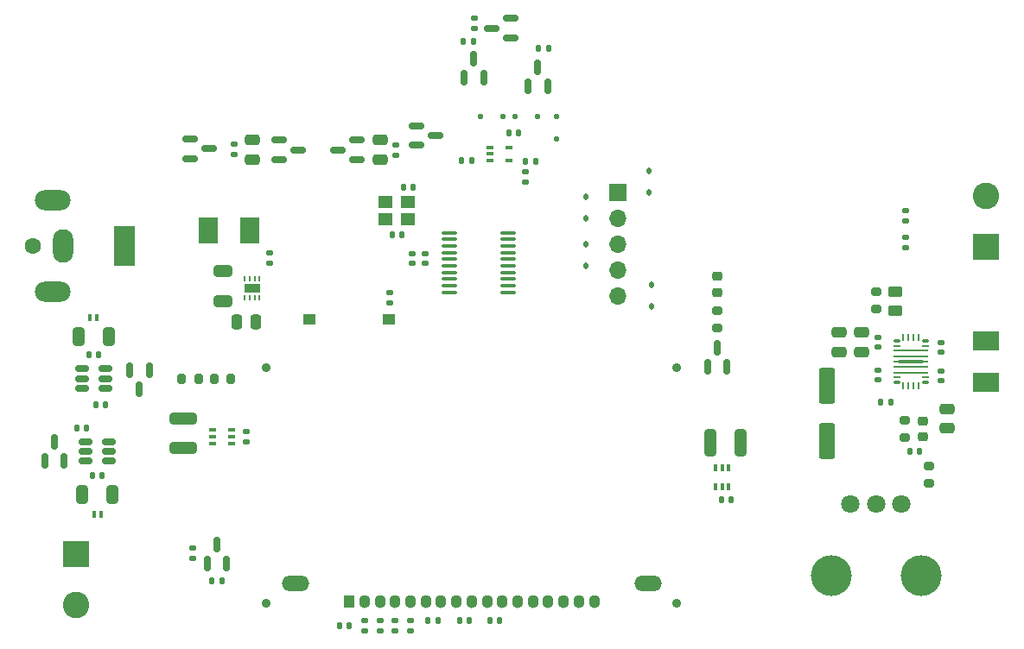
<source format=gbr>
%TF.GenerationSoftware,KiCad,Pcbnew,8.0.5*%
%TF.CreationDate,2025-07-08T19:03:54-04:00*%
%TF.ProjectId,Var_Volt_Conv,5661725f-566f-46c7-945f-436f6e762e6b,rev?*%
%TF.SameCoordinates,Original*%
%TF.FileFunction,Soldermask,Top*%
%TF.FilePolarity,Negative*%
%FSLAX46Y46*%
G04 Gerber Fmt 4.6, Leading zero omitted, Abs format (unit mm)*
G04 Created by KiCad (PCBNEW 8.0.5) date 2025-07-08 19:03:54*
%MOMM*%
%LPD*%
G01*
G04 APERTURE LIST*
G04 Aperture macros list*
%AMRoundRect*
0 Rectangle with rounded corners*
0 $1 Rounding radius*
0 $2 $3 $4 $5 $6 $7 $8 $9 X,Y pos of 4 corners*
0 Add a 4 corners polygon primitive as box body*
4,1,4,$2,$3,$4,$5,$6,$7,$8,$9,$2,$3,0*
0 Add four circle primitives for the rounded corners*
1,1,$1+$1,$2,$3*
1,1,$1+$1,$4,$5*
1,1,$1+$1,$6,$7*
1,1,$1+$1,$8,$9*
0 Add four rect primitives between the rounded corners*
20,1,$1+$1,$2,$3,$4,$5,0*
20,1,$1+$1,$4,$5,$6,$7,0*
20,1,$1+$1,$6,$7,$8,$9,0*
20,1,$1+$1,$8,$9,$2,$3,0*%
%AMFreePoly0*
4,1,25,1.176913,0.169619,1.179619,0.166913,1.180000,0.165000,1.180000,0.125000,1.700000,0.125000,1.700000,-0.125000,1.180000,-0.125000,1.180000,-0.165000,1.179619,-0.166913,1.176913,-0.169619,1.175000,-0.170000,-1.175000,-0.170000,-1.176913,-0.169619,-1.179619,-0.166913,-1.180000,-0.165000,-1.180000,-0.125000,-1.700000,-0.125000,-1.700000,0.125000,-1.180000,0.125000,-1.180000,0.165000,
-1.179619,0.166913,-1.176913,0.169619,-1.175000,0.170000,1.175000,0.170000,1.176913,0.169619,1.176913,0.169619,$1*%
G04 Aperture macros list end*
%ADD10C,0.900000*%
%ADD11R,1.100000X1.300000*%
%ADD12O,1.100000X1.300000*%
%ADD13O,2.700000X1.500000*%
%ADD14RoundRect,0.250000X0.312500X1.075000X-0.312500X1.075000X-0.312500X-1.075000X0.312500X-1.075000X0*%
%ADD15RoundRect,0.135000X0.135000X0.185000X-0.135000X0.185000X-0.135000X-0.185000X0.135000X-0.185000X0*%
%ADD16RoundRect,0.150000X-0.512500X-0.150000X0.512500X-0.150000X0.512500X0.150000X-0.512500X0.150000X0*%
%ADD17RoundRect,0.135000X-0.185000X0.135000X-0.185000X-0.135000X0.185000X-0.135000X0.185000X0.135000X0*%
%ADD18RoundRect,0.140000X-0.140000X-0.170000X0.140000X-0.170000X0.140000X0.170000X-0.140000X0.170000X0*%
%ADD19RoundRect,0.050000X0.075000X-0.250000X0.075000X0.250000X-0.075000X0.250000X-0.075000X-0.250000X0*%
%ADD20RoundRect,0.050000X0.275000X0.100000X-0.275000X0.100000X-0.275000X-0.100000X0.275000X-0.100000X0*%
%ADD21RoundRect,0.050000X0.250000X0.075000X-0.250000X0.075000X-0.250000X-0.075000X0.250000X-0.075000X0*%
%ADD22R,3.400000X0.250000*%
%ADD23FreePoly0,180.000000*%
%ADD24RoundRect,0.050000X-0.075000X0.250000X-0.075000X-0.250000X0.075000X-0.250000X0.075000X0.250000X0*%
%ADD25RoundRect,0.050000X-0.275000X-0.100000X0.275000X-0.100000X0.275000X0.100000X-0.275000X0.100000X0*%
%ADD26RoundRect,0.050000X-0.250000X-0.075000X0.250000X-0.075000X0.250000X0.075000X-0.250000X0.075000X0*%
%ADD27R,1.400000X1.200000*%
%ADD28R,2.500000X1.900000*%
%ADD29RoundRect,0.150000X-0.587500X-0.150000X0.587500X-0.150000X0.587500X0.150000X-0.587500X0.150000X0*%
%ADD30RoundRect,0.140000X0.170000X-0.140000X0.170000X0.140000X-0.170000X0.140000X-0.170000X-0.140000X0*%
%ADD31RoundRect,0.100000X-0.637500X-0.100000X0.637500X-0.100000X0.637500X0.100000X-0.637500X0.100000X0*%
%ADD32RoundRect,0.150000X0.150000X-0.587500X0.150000X0.587500X-0.150000X0.587500X-0.150000X-0.587500X0*%
%ADD33RoundRect,0.200000X0.275000X-0.200000X0.275000X0.200000X-0.275000X0.200000X-0.275000X-0.200000X0*%
%ADD34RoundRect,0.200000X-0.200000X-0.275000X0.200000X-0.275000X0.200000X0.275000X-0.200000X0.275000X0*%
%ADD35RoundRect,0.140000X0.140000X0.170000X-0.140000X0.170000X-0.140000X-0.170000X0.140000X-0.170000X0*%
%ADD36RoundRect,0.200000X-0.275000X0.200000X-0.275000X-0.200000X0.275000X-0.200000X0.275000X0.200000X0*%
%ADD37C,4.000000*%
%ADD38C,1.800000*%
%ADD39RoundRect,0.250000X0.550000X-1.500000X0.550000X1.500000X-0.550000X1.500000X-0.550000X-1.500000X0*%
%ADD40R,2.600000X2.600000*%
%ADD41C,2.600000*%
%ADD42RoundRect,0.250000X-0.325000X-0.650000X0.325000X-0.650000X0.325000X0.650000X-0.325000X0.650000X0*%
%ADD43RoundRect,0.140000X-0.170000X0.140000X-0.170000X-0.140000X0.170000X-0.140000X0.170000X0.140000X0*%
%ADD44RoundRect,0.250000X-0.475000X0.250000X-0.475000X-0.250000X0.475000X-0.250000X0.475000X0.250000X0*%
%ADD45RoundRect,0.125000X-0.125000X-0.125000X0.125000X-0.125000X0.125000X0.125000X-0.125000X0.125000X0*%
%ADD46RoundRect,0.250000X-0.650000X0.325000X-0.650000X-0.325000X0.650000X-0.325000X0.650000X0.325000X0*%
%ADD47RoundRect,0.112500X0.112500X-0.187500X0.112500X0.187500X-0.112500X0.187500X-0.112500X-0.187500X0*%
%ADD48RoundRect,0.100000X0.100000X-0.225000X0.100000X0.225000X-0.100000X0.225000X-0.100000X-0.225000X0*%
%ADD49RoundRect,0.100000X-0.225000X-0.100000X0.225000X-0.100000X0.225000X0.100000X-0.225000X0.100000X0*%
%ADD50RoundRect,0.135000X-0.135000X-0.185000X0.135000X-0.185000X0.135000X0.185000X-0.135000X0.185000X0*%
%ADD51RoundRect,0.250000X-1.075000X0.312500X-1.075000X-0.312500X1.075000X-0.312500X1.075000X0.312500X0*%
%ADD52RoundRect,0.135000X0.185000X-0.135000X0.185000X0.135000X-0.185000X0.135000X-0.185000X-0.135000X0*%
%ADD53RoundRect,0.250000X-0.450000X0.262500X-0.450000X-0.262500X0.450000X-0.262500X0.450000X0.262500X0*%
%ADD54R,1.700000X1.700000*%
%ADD55O,1.700000X1.700000*%
%ADD56RoundRect,0.218750X0.256250X-0.218750X0.256250X0.218750X-0.256250X0.218750X-0.256250X-0.218750X0*%
%ADD57RoundRect,0.150000X0.587500X0.150000X-0.587500X0.150000X-0.587500X-0.150000X0.587500X-0.150000X0*%
%ADD58RoundRect,0.250000X0.475000X-0.250000X0.475000X0.250000X-0.475000X0.250000X-0.475000X-0.250000X0*%
%ADD59RoundRect,0.050000X0.150000X0.300000X-0.150000X0.300000X-0.150000X-0.300000X0.150000X-0.300000X0*%
%ADD60RoundRect,0.112500X-0.112500X0.187500X-0.112500X-0.187500X0.112500X-0.187500X0.112500X0.187500X0*%
%ADD61RoundRect,0.250000X0.325000X0.650000X-0.325000X0.650000X-0.325000X-0.650000X0.325000X-0.650000X0*%
%ADD62RoundRect,0.050000X-0.150000X-0.300000X0.150000X-0.300000X0.150000X0.300000X-0.150000X0.300000X0*%
%ADD63RoundRect,0.125000X-0.125000X0.125000X-0.125000X-0.125000X0.125000X-0.125000X0.125000X0.125000X0*%
%ADD64RoundRect,0.250000X0.250000X0.475000X-0.250000X0.475000X-0.250000X-0.475000X0.250000X-0.475000X0*%
%ADD65RoundRect,0.125000X0.125000X0.125000X-0.125000X0.125000X-0.125000X-0.125000X0.125000X-0.125000X0*%
%ADD66R,1.900000X2.500000*%
%ADD67C,1.600000*%
%ADD68R,2.000000X4.000000*%
%ADD69O,2.000000X3.300000*%
%ADD70O,3.500000X2.000000*%
%ADD71RoundRect,0.062500X0.062500X-0.187500X0.062500X0.187500X-0.062500X0.187500X-0.062500X-0.187500X0*%
%ADD72R,1.600000X0.900000*%
%ADD73RoundRect,0.100000X0.225000X0.100000X-0.225000X0.100000X-0.225000X-0.100000X0.225000X-0.100000X0*%
%ADD74RoundRect,0.225000X-0.250000X0.225000X-0.250000X-0.225000X0.250000X-0.225000X0.250000X0.225000X0*%
%ADD75R,1.250000X1.000000*%
%ADD76RoundRect,0.150000X0.512500X0.150000X-0.512500X0.150000X-0.512500X-0.150000X0.512500X-0.150000X0*%
%ADD77RoundRect,0.150000X-0.150000X0.587500X-0.150000X-0.587500X0.150000X-0.587500X0.150000X0.587500X0*%
G04 APERTURE END LIST*
D10*
%TO.C,U301*%
X123787500Y-103990000D03*
X123787500Y-127090000D03*
X163987500Y-103990000D03*
X163987500Y-127090000D03*
D11*
X131887500Y-126940000D03*
D12*
X133387500Y-126940000D03*
X134887500Y-126940000D03*
X136387500Y-126940000D03*
X137887500Y-126940000D03*
X139387500Y-126940000D03*
X140887500Y-126940000D03*
X142387500Y-126940000D03*
X143887500Y-126940000D03*
X145387500Y-126940000D03*
X146887500Y-126940000D03*
X148387500Y-126940000D03*
X149887500Y-126940000D03*
X151387500Y-126940000D03*
X152887500Y-126940000D03*
X154387500Y-126940000D03*
X155887500Y-126940000D03*
D13*
X126587500Y-125140000D03*
X161187500Y-125140000D03*
%TD*%
D14*
%TO.C,R116*%
X170220000Y-111310000D03*
X167295000Y-111310000D03*
%TD*%
D15*
%TO.C,R101*%
X143906250Y-83652500D03*
X142886250Y-83652500D03*
%TD*%
D16*
%TO.C,U102*%
X105700000Y-104077500D03*
X105700000Y-105027500D03*
X105700000Y-105977500D03*
X107975000Y-105977500D03*
X107975000Y-105027500D03*
X107975000Y-104077500D03*
%TD*%
D17*
%TO.C,R103*%
X149121250Y-84755000D03*
X149121250Y-85775000D03*
%TD*%
D18*
%TO.C,C203*%
X137220000Y-86250000D03*
X138180000Y-86250000D03*
%TD*%
D19*
%TO.C,U105*%
X187687500Y-100965000D03*
X187187500Y-100965000D03*
X186687500Y-100965000D03*
X186187500Y-100965000D03*
D20*
X185562500Y-101325000D03*
D21*
X185537500Y-101825000D03*
D22*
X186937500Y-102285000D03*
X186937500Y-102825000D03*
D23*
X186937500Y-103365000D03*
D22*
X186937500Y-103905000D03*
X186937500Y-104445000D03*
D21*
X185537500Y-104905000D03*
D20*
X185562500Y-105405000D03*
D24*
X186187500Y-105765000D03*
X186687500Y-105765000D03*
X187187500Y-105765000D03*
X187687500Y-105765000D03*
D25*
X188312500Y-105405000D03*
D26*
X188337500Y-104905000D03*
X188337500Y-101825000D03*
D25*
X188312500Y-101325000D03*
%TD*%
D27*
%TO.C,Y201*%
X135400000Y-89400000D03*
X137600000Y-89400000D03*
X137600000Y-87700000D03*
X135400000Y-87700000D03*
%TD*%
D28*
%TO.C,L102*%
X194287500Y-101315000D03*
X194287500Y-105415000D03*
%TD*%
D29*
%TO.C,Q106*%
X138512500Y-80240000D03*
X138512500Y-82140000D03*
X140387500Y-81190000D03*
%TD*%
D30*
%TO.C,C205*%
X135875000Y-97585000D03*
X135875000Y-96625000D03*
%TD*%
D31*
%TO.C,U201*%
X141725000Y-90725000D03*
X141725000Y-91375000D03*
X141725000Y-92025000D03*
X141725000Y-92675000D03*
X141725000Y-93325000D03*
X141725000Y-93975000D03*
X141725000Y-94625000D03*
X141725000Y-95275000D03*
X141725000Y-95925000D03*
X141725000Y-96575000D03*
X147450000Y-96575000D03*
X147450000Y-95925000D03*
X147450000Y-95275000D03*
X147450000Y-94625000D03*
X147450000Y-93975000D03*
X147450000Y-93325000D03*
X147450000Y-92675000D03*
X147450000Y-92025000D03*
X147450000Y-91375000D03*
X147450000Y-90725000D03*
%TD*%
D32*
%TO.C,U106*%
X117987500Y-123190000D03*
X119887500Y-123190000D03*
X118937500Y-121315000D03*
%TD*%
D33*
%TO.C,R117*%
X188687500Y-115290000D03*
X188687500Y-113640000D03*
%TD*%
D30*
%TO.C,C116*%
X189887500Y-102445000D03*
X189887500Y-101485000D03*
%TD*%
D15*
%TO.C,R110*%
X151443750Y-72615000D03*
X150423750Y-72615000D03*
%TD*%
D34*
%TO.C,R401*%
X115462500Y-105090000D03*
X117112500Y-105090000D03*
%TD*%
D35*
%TO.C,C402*%
X169312500Y-116940000D03*
X168352500Y-116940000D03*
%TD*%
D36*
%TO.C,R114*%
X186287500Y-109165000D03*
X186287500Y-110815000D03*
%TD*%
D37*
%TO.C,RV101*%
X187900000Y-124365000D03*
X179100000Y-124365000D03*
D38*
X181000000Y-117365000D03*
X183500000Y-117365000D03*
X186000000Y-117365000D03*
%TD*%
D34*
%TO.C,R402*%
X118662500Y-105090000D03*
X120312500Y-105090000D03*
%TD*%
D39*
%TO.C,C120*%
X178687500Y-111165000D03*
X178687500Y-105765000D03*
%TD*%
D40*
%TO.C,J102*%
X105142500Y-122215000D03*
D41*
X105142500Y-127215000D03*
%TD*%
D18*
%TO.C,C121*%
X186807500Y-112190000D03*
X187767500Y-112190000D03*
%TD*%
D29*
%TO.C,Q104*%
X116275000Y-81552500D03*
X116275000Y-83452500D03*
X118150000Y-82502500D03*
%TD*%
D30*
%TO.C,C303*%
X133397500Y-129770000D03*
X133397500Y-128810000D03*
%TD*%
D42*
%TO.C,C102*%
X105742500Y-116440000D03*
X108692500Y-116440000D03*
%TD*%
D30*
%TO.C,C118*%
X183687500Y-105145000D03*
X183687500Y-104185000D03*
%TD*%
D43*
%TO.C,C202*%
X139300000Y-92770000D03*
X139300000Y-93730000D03*
%TD*%
D44*
%TO.C,C113*%
X179887500Y-100515000D03*
X179887500Y-102415000D03*
%TD*%
D45*
%TO.C,D105*%
X148121250Y-79340000D03*
X150321250Y-79340000D03*
%TD*%
D46*
%TO.C,C111*%
X119487500Y-94465000D03*
X119487500Y-97415000D03*
%TD*%
D35*
%TO.C,C106*%
X108017500Y-107627500D03*
X107057500Y-107627500D03*
%TD*%
D47*
%TO.C,D202*%
X155087500Y-93950000D03*
X155087500Y-91850000D03*
%TD*%
D35*
%TO.C,C204*%
X137080000Y-90950000D03*
X136120000Y-90950000D03*
%TD*%
D48*
%TO.C,U402*%
X167782500Y-115690000D03*
X168432500Y-115690000D03*
X169082500Y-115690000D03*
X169082500Y-113790000D03*
X168432500Y-113790000D03*
X167782500Y-113790000D03*
%TD*%
D29*
%TO.C,Q105*%
X125012500Y-81640000D03*
X125012500Y-83540000D03*
X126887500Y-82590000D03*
%TD*%
D49*
%TO.C,U101*%
X145653750Y-82340000D03*
X145653750Y-82990000D03*
X145653750Y-83640000D03*
X147553750Y-83640000D03*
X147553750Y-82340000D03*
%TD*%
D18*
%TO.C,C103*%
X147541250Y-80940000D03*
X148501250Y-80940000D03*
%TD*%
%TO.C,C105*%
X106717500Y-114540000D03*
X107677500Y-114540000D03*
%TD*%
D50*
%TO.C,R104*%
X143053750Y-71982500D03*
X144073750Y-71982500D03*
%TD*%
D44*
%TO.C,C115*%
X190487500Y-108015000D03*
X190487500Y-109915000D03*
%TD*%
D35*
%TO.C,C301*%
X146610000Y-128765000D03*
X145650000Y-128765000D03*
%TD*%
D51*
%TO.C,R106*%
X115637500Y-108952500D03*
X115637500Y-111877500D03*
%TD*%
D40*
%TO.C,J103*%
X194292500Y-92090000D03*
D41*
X194292500Y-87090000D03*
%TD*%
D32*
%TO.C,Q101*%
X143151250Y-75545000D03*
X145051250Y-75545000D03*
X144101250Y-73670000D03*
%TD*%
D52*
%TO.C,R403*%
X186400000Y-92205000D03*
X186400000Y-91185000D03*
%TD*%
D50*
%TO.C,R115*%
X183977500Y-107365000D03*
X184997500Y-107365000D03*
%TD*%
D18*
%TO.C,C302*%
X130907500Y-129290000D03*
X131867500Y-129290000D03*
%TD*%
D53*
%TO.C,R112*%
X185387500Y-96552500D03*
X185387500Y-98377500D03*
%TD*%
D44*
%TO.C,C112*%
X182087500Y-100515000D03*
X182087500Y-102415000D03*
%TD*%
D18*
%TO.C,C307*%
X139622500Y-128790000D03*
X140582500Y-128790000D03*
%TD*%
D52*
%TO.C,R109*%
X124087500Y-93750000D03*
X124087500Y-92730000D03*
%TD*%
D54*
%TO.C,J201*%
X158187500Y-86770000D03*
D55*
X158187500Y-89310000D03*
X158187500Y-91850000D03*
X158187500Y-94390000D03*
X158187500Y-96930000D03*
%TD*%
D56*
%TO.C,D106*%
X167937500Y-96602500D03*
X167937500Y-95027500D03*
%TD*%
D18*
%TO.C,C308*%
X142682500Y-128790000D03*
X143642500Y-128790000D03*
%TD*%
D57*
%TO.C,Q107*%
X132625000Y-83550000D03*
X132625000Y-81650000D03*
X130750000Y-82600000D03*
%TD*%
D30*
%TO.C,C305*%
X136397500Y-129770000D03*
X136397500Y-128810000D03*
%TD*%
D35*
%TO.C,C107*%
X106180000Y-109900000D03*
X105220000Y-109900000D03*
%TD*%
D43*
%TO.C,C114*%
X183687500Y-100985000D03*
X183687500Y-101945000D03*
%TD*%
D58*
%TO.C,C110*%
X134887500Y-83550000D03*
X134887500Y-81650000D03*
%TD*%
D59*
%TO.C,D102*%
X107567500Y-118340000D03*
X106867500Y-118340000D03*
%TD*%
D60*
%TO.C,D203*%
X155050000Y-87225000D03*
X155050000Y-89325000D03*
%TD*%
D61*
%TO.C,C101*%
X108312500Y-100927500D03*
X105362500Y-100927500D03*
%TD*%
D17*
%TO.C,R108*%
X144153750Y-69635000D03*
X144153750Y-70655000D03*
%TD*%
D36*
%TO.C,R113*%
X167937500Y-98390000D03*
X167937500Y-100040000D03*
%TD*%
D17*
%TO.C,R105*%
X120600000Y-82030000D03*
X120600000Y-83050000D03*
%TD*%
D62*
%TO.C,D101*%
X106487500Y-99027500D03*
X107187500Y-99027500D03*
%TD*%
D35*
%TO.C,C123*%
X119392500Y-124852500D03*
X118432500Y-124852500D03*
%TD*%
D63*
%TO.C,D104*%
X152221250Y-79340000D03*
X152221250Y-81540000D03*
%TD*%
D44*
%TO.C,C108*%
X122375000Y-81640000D03*
X122375000Y-83540000D03*
%TD*%
D32*
%TO.C,Q110*%
X166987500Y-103890000D03*
X168887500Y-103890000D03*
X167937500Y-102015000D03*
%TD*%
D35*
%TO.C,C104*%
X107317500Y-102727500D03*
X106357500Y-102727500D03*
%TD*%
D43*
%TO.C,C401*%
X121837500Y-110260000D03*
X121837500Y-111220000D03*
%TD*%
D64*
%TO.C,C109*%
X122737500Y-99440000D03*
X120837500Y-99440000D03*
%TD*%
D65*
%TO.C,D103*%
X146921250Y-79340000D03*
X144721250Y-79340000D03*
%TD*%
D66*
%TO.C,L101*%
X122137500Y-90540000D03*
X118037500Y-90540000D03*
%TD*%
D30*
%TO.C,C304*%
X134897500Y-129770000D03*
X134897500Y-128810000D03*
%TD*%
D32*
%TO.C,Q103*%
X102047500Y-113115000D03*
X103947500Y-113115000D03*
X102997500Y-111240000D03*
%TD*%
D67*
%TO.C,J101*%
X100862500Y-92015000D03*
D68*
X109862500Y-92015000D03*
D69*
X103862500Y-92015000D03*
D70*
X102862500Y-87515000D03*
X102862500Y-96515000D03*
%TD*%
D30*
%TO.C,C306*%
X137897500Y-129770000D03*
X137897500Y-128810000D03*
%TD*%
D71*
%TO.C,U104*%
X121612500Y-97125000D03*
X122112500Y-97125000D03*
X122612500Y-97125000D03*
X123112500Y-97125000D03*
X123112500Y-95225000D03*
X122612500Y-95225000D03*
X122112500Y-95225000D03*
X121612500Y-95225000D03*
D72*
X122362500Y-96175000D03*
%TD*%
D32*
%TO.C,Q109*%
X149421250Y-76340000D03*
X151321250Y-76340000D03*
X150371250Y-74465000D03*
%TD*%
D57*
%TO.C,Q108*%
X147708750Y-71615000D03*
X147708750Y-69715000D03*
X145833750Y-70665000D03*
%TD*%
D73*
%TO.C,U401*%
X120387500Y-111390000D03*
X120387500Y-110740000D03*
X120387500Y-110090000D03*
X118487500Y-110090000D03*
X118487500Y-110740000D03*
X118487500Y-111390000D03*
%TD*%
D43*
%TO.C,C201*%
X138100000Y-92770000D03*
X138100000Y-93730000D03*
%TD*%
D74*
%TO.C,C119*%
X188087500Y-109215000D03*
X188087500Y-110765000D03*
%TD*%
D75*
%TO.C,SW201*%
X128000000Y-99225000D03*
X135750000Y-99225000D03*
%TD*%
D52*
%TO.C,R404*%
X186400000Y-89615000D03*
X186400000Y-88595000D03*
%TD*%
D47*
%TO.C,D201*%
X161500000Y-97950000D03*
X161500000Y-95850000D03*
%TD*%
D43*
%TO.C,C122*%
X116587500Y-121697500D03*
X116587500Y-122657500D03*
%TD*%
D76*
%TO.C,U103*%
X108317500Y-113140000D03*
X108317500Y-112190000D03*
X108317500Y-111240000D03*
X106042500Y-111240000D03*
X106042500Y-112190000D03*
X106042500Y-113140000D03*
%TD*%
D52*
%TO.C,R107*%
X136487500Y-83110000D03*
X136487500Y-82090000D03*
%TD*%
D15*
%TO.C,R102*%
X150131250Y-83715000D03*
X149111250Y-83715000D03*
%TD*%
D43*
%TO.C,C117*%
X189887500Y-104285000D03*
X189887500Y-105245000D03*
%TD*%
D33*
%TO.C,R111*%
X183487500Y-98190000D03*
X183487500Y-96540000D03*
%TD*%
D77*
%TO.C,Q102*%
X112287500Y-104190000D03*
X110387500Y-104190000D03*
X111337500Y-106065000D03*
%TD*%
D60*
%TO.C,D204*%
X161300000Y-84675000D03*
X161300000Y-86775000D03*
%TD*%
M02*

</source>
